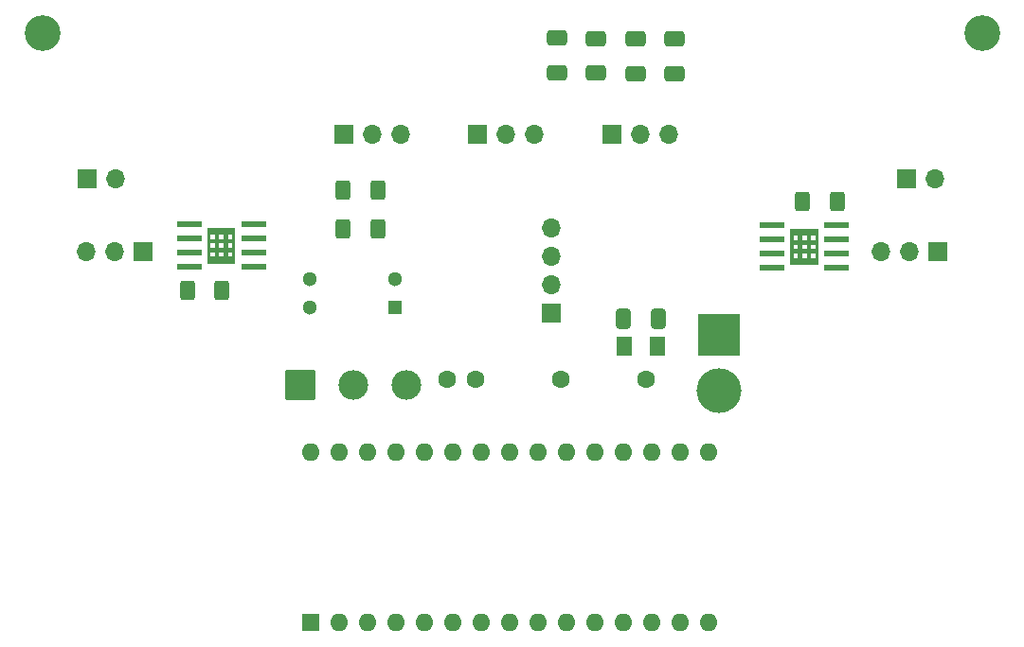
<source format=gts>
G04 #@! TF.GenerationSoftware,KiCad,Pcbnew,8.0.4*
G04 #@! TF.CreationDate,2025-03-28T18:04:36-04:00*
G04 #@! TF.ProjectId,ballsi,62616c6c-7369-42e6-9b69-6361645f7063,rev?*
G04 #@! TF.SameCoordinates,Original*
G04 #@! TF.FileFunction,Soldermask,Top*
G04 #@! TF.FilePolarity,Negative*
%FSLAX46Y46*%
G04 Gerber Fmt 4.6, Leading zero omitted, Abs format (unit mm)*
G04 Created by KiCad (PCBNEW 8.0.4) date 2025-03-28 18:04:36*
%MOMM*%
%LPD*%
G01*
G04 APERTURE LIST*
G04 Aperture macros list*
%AMRoundRect*
0 Rectangle with rounded corners*
0 $1 Rounding radius*
0 $2 $3 $4 $5 $6 $7 $8 $9 X,Y pos of 4 corners*
0 Add a 4 corners polygon primitive as box body*
4,1,4,$2,$3,$4,$5,$6,$7,$8,$9,$2,$3,0*
0 Add four circle primitives for the rounded corners*
1,1,$1+$1,$2,$3*
1,1,$1+$1,$4,$5*
1,1,$1+$1,$6,$7*
1,1,$1+$1,$8,$9*
0 Add four rect primitives between the rounded corners*
20,1,$1+$1,$2,$3,$4,$5,0*
20,1,$1+$1,$4,$5,$6,$7,0*
20,1,$1+$1,$6,$7,$8,$9,0*
20,1,$1+$1,$8,$9,$2,$3,0*%
G04 Aperture macros list end*
%ADD10C,0.000000*%
%ADD11C,3.200000*%
%ADD12R,1.700000X1.700000*%
%ADD13O,1.700000X1.700000*%
%ADD14RoundRect,0.102000X1.225000X-1.225000X1.225000X1.225000X-1.225000X1.225000X-1.225000X-1.225000X0*%
%ADD15C,2.654000*%
%ADD16R,2.209800X0.508000*%
%ADD17C,1.600200*%
%ADD18R,1.300000X1.300000*%
%ADD19C,1.300000*%
%ADD20RoundRect,0.250000X-0.400000X-0.625000X0.400000X-0.625000X0.400000X0.625000X-0.400000X0.625000X0*%
%ADD21RoundRect,0.250000X0.400000X0.625000X-0.400000X0.625000X-0.400000X-0.625000X0.400000X-0.625000X0*%
%ADD22R,3.800000X3.800000*%
%ADD23C,4.000000*%
%ADD24RoundRect,0.250001X-0.462499X-0.624999X0.462499X-0.624999X0.462499X0.624999X-0.462499X0.624999X0*%
%ADD25RoundRect,0.250000X0.650000X-0.412500X0.650000X0.412500X-0.650000X0.412500X-0.650000X-0.412500X0*%
%ADD26RoundRect,0.250000X-0.412500X-0.650000X0.412500X-0.650000X0.412500X0.650000X-0.412500X0.650000X0*%
%ADD27R,1.600000X1.600000*%
%ADD28O,1.600000X1.600000*%
G04 APERTURE END LIST*
D10*
G36*
X170757300Y-71012600D02*
G01*
X168242700Y-71012600D01*
X168242700Y-70387100D01*
X170757300Y-70387100D01*
X170757300Y-71012600D01*
G37*
G36*
X170757300Y-71800000D02*
G01*
X168242700Y-71800000D01*
X168242700Y-71412600D01*
X170757300Y-71412600D01*
X170757300Y-71800000D01*
G37*
G36*
X170757300Y-72587400D02*
G01*
X168242700Y-72587400D01*
X168242700Y-72200000D01*
X170757300Y-72200000D01*
X170757300Y-72587400D01*
G37*
G36*
X170757300Y-73612900D02*
G01*
X168242700Y-73612900D01*
X168242700Y-72987400D01*
X170757300Y-72987400D01*
X170757300Y-73612900D01*
G37*
G36*
X168512600Y-73612900D02*
G01*
X168242700Y-73612900D01*
X168242700Y-70387100D01*
X168512600Y-70387100D01*
X168512600Y-73612900D01*
G37*
G36*
X169300000Y-73612900D02*
G01*
X168912600Y-73612900D01*
X168912600Y-70387100D01*
X169300000Y-70387100D01*
X169300000Y-73612900D01*
G37*
G36*
X170087400Y-73612900D02*
G01*
X169700000Y-73612900D01*
X169700000Y-70387100D01*
X170087400Y-70387100D01*
X170087400Y-73612900D01*
G37*
G36*
X170757300Y-73612900D02*
G01*
X170487400Y-73612900D01*
X170487400Y-70387100D01*
X170757300Y-70387100D01*
X170757300Y-73612900D01*
G37*
G36*
X222882299Y-73707900D02*
G01*
X220367699Y-73707900D01*
X220367699Y-73082400D01*
X222882299Y-73082400D01*
X222882299Y-73707900D01*
G37*
G36*
X222882299Y-72682400D02*
G01*
X220367699Y-72682400D01*
X220367699Y-72295000D01*
X222882299Y-72295000D01*
X222882299Y-72682400D01*
G37*
G36*
X222882299Y-71895000D02*
G01*
X220367699Y-71895000D01*
X220367699Y-71507600D01*
X222882299Y-71507600D01*
X222882299Y-71895000D01*
G37*
G36*
X222882299Y-71107600D02*
G01*
X220367699Y-71107600D01*
X220367699Y-70482100D01*
X222882299Y-70482100D01*
X222882299Y-71107600D01*
G37*
G36*
X222882299Y-73707900D02*
G01*
X222612399Y-73707900D01*
X222612399Y-70482100D01*
X222882299Y-70482100D01*
X222882299Y-73707900D01*
G37*
G36*
X222212399Y-73707900D02*
G01*
X221824999Y-73707900D01*
X221824999Y-70482100D01*
X222212399Y-70482100D01*
X222212399Y-73707900D01*
G37*
G36*
X221424999Y-73707900D02*
G01*
X221037599Y-73707900D01*
X221037599Y-70482100D01*
X221424999Y-70482100D01*
X221424999Y-73707900D01*
G37*
G36*
X220637599Y-73707900D02*
G01*
X220367699Y-73707900D01*
X220367699Y-70482100D01*
X220637599Y-70482100D01*
X220637599Y-73707900D01*
G37*
D11*
X237500000Y-53000000D03*
X153500000Y-53000000D03*
D12*
X233525000Y-72525000D03*
D13*
X230985000Y-72525000D03*
X228445000Y-72525000D03*
D12*
X204420000Y-62000000D03*
D13*
X206960000Y-62000000D03*
X209500000Y-62000000D03*
D14*
X176600000Y-84500000D03*
D15*
X181300000Y-84500000D03*
X186000000Y-84500000D03*
D16*
X166624999Y-70095000D03*
X166624999Y-71365000D03*
X166624999Y-72635000D03*
X166624999Y-73905000D03*
X172375001Y-73905000D03*
X172375001Y-72635000D03*
X172375001Y-71365000D03*
X172375001Y-70095000D03*
X224500000Y-74000000D03*
X224500000Y-72730000D03*
X224500000Y-71460000D03*
X224500000Y-70190000D03*
X218749998Y-70190000D03*
X218749998Y-71460000D03*
X218749998Y-72730000D03*
X218749998Y-74000000D03*
D17*
X207500000Y-84000000D03*
X199880000Y-84000000D03*
X192260000Y-84000000D03*
X189720000Y-84000000D03*
D18*
X185000000Y-77540000D03*
D19*
X185000000Y-75000000D03*
X177380000Y-75000000D03*
X177380000Y-77540000D03*
D13*
X199000000Y-70420000D03*
X199000000Y-72960000D03*
X199000000Y-75500000D03*
D12*
X199000000Y-78040000D03*
D20*
X180400000Y-67000000D03*
X183500000Y-67000000D03*
X180400000Y-70500000D03*
X183500000Y-70500000D03*
X166450000Y-76000000D03*
X169550000Y-76000000D03*
D21*
X224550000Y-68000000D03*
X221450000Y-68000000D03*
D22*
X214000000Y-80000000D03*
D23*
X214000000Y-85000000D03*
D12*
X192420000Y-62000000D03*
D13*
X194960000Y-62000000D03*
X197500000Y-62000000D03*
D12*
X162500000Y-72525000D03*
D13*
X159960000Y-72525000D03*
X157420000Y-72525000D03*
D12*
X180420000Y-62000000D03*
D13*
X182960000Y-62000000D03*
X185500000Y-62000000D03*
X233290000Y-65975000D03*
D12*
X230750000Y-65975000D03*
X157500000Y-66000000D03*
D13*
X160040000Y-66000000D03*
D24*
X205500000Y-81000000D03*
X208475000Y-81000000D03*
D25*
X199500000Y-56500000D03*
X199500000Y-53375000D03*
X203000000Y-56562500D03*
X203000000Y-53437500D03*
X206500000Y-56625000D03*
X206500000Y-53500000D03*
X210000000Y-56625000D03*
X210000000Y-53500000D03*
D26*
X205437500Y-78500000D03*
X208562500Y-78500000D03*
D27*
X177500000Y-105740000D03*
D28*
X180040000Y-105740000D03*
X182580000Y-105740000D03*
X185120000Y-105740000D03*
X187660000Y-105740000D03*
X190200000Y-105740000D03*
X192740000Y-105740000D03*
X195280000Y-105740000D03*
X197820000Y-105740000D03*
X200360000Y-105740000D03*
X202900000Y-105740000D03*
X205440000Y-105740000D03*
X207980000Y-105740000D03*
X210520000Y-105740000D03*
X213060000Y-105740000D03*
X213060000Y-90500000D03*
X210520000Y-90500000D03*
X207980000Y-90500000D03*
X205440000Y-90500000D03*
X202900000Y-90500000D03*
X200360000Y-90500000D03*
X197820000Y-90500000D03*
X195280000Y-90500000D03*
X192740000Y-90500000D03*
X190200000Y-90500000D03*
X187660000Y-90500000D03*
X185120000Y-90500000D03*
X182580000Y-90500000D03*
X180040000Y-90500000D03*
X177500000Y-90500000D03*
M02*

</source>
